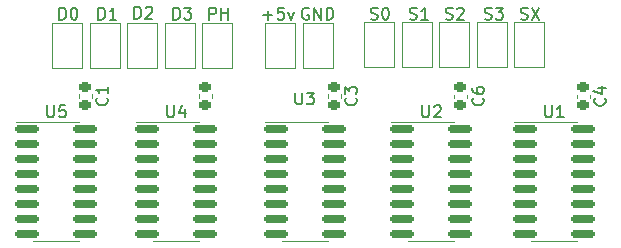
<source format=gto>
%TF.GenerationSoftware,KiCad,Pcbnew,7.0.8*%
%TF.CreationDate,2023-11-11T14:20:26-08:00*%
%TF.ProjectId,LED Project,4c454420-5072-46f6-9a65-63742e6b6963,rev?*%
%TF.SameCoordinates,Original*%
%TF.FileFunction,Legend,Top*%
%TF.FilePolarity,Positive*%
%FSLAX46Y46*%
G04 Gerber Fmt 4.6, Leading zero omitted, Abs format (unit mm)*
G04 Created by KiCad (PCBNEW 7.0.8) date 2023-11-11 14:20:26*
%MOMM*%
%LPD*%
G01*
G04 APERTURE LIST*
G04 Aperture macros list*
%AMRoundRect*
0 Rectangle with rounded corners*
0 $1 Rounding radius*
0 $2 $3 $4 $5 $6 $7 $8 $9 X,Y pos of 4 corners*
0 Add a 4 corners polygon primitive as box body*
4,1,4,$2,$3,$4,$5,$6,$7,$8,$9,$2,$3,0*
0 Add four circle primitives for the rounded corners*
1,1,$1+$1,$2,$3*
1,1,$1+$1,$4,$5*
1,1,$1+$1,$6,$7*
1,1,$1+$1,$8,$9*
0 Add four rect primitives between the rounded corners*
20,1,$1+$1,$2,$3,$4,$5,0*
20,1,$1+$1,$4,$5,$6,$7,0*
20,1,$1+$1,$6,$7,$8,$9,0*
20,1,$1+$1,$8,$9,$2,$3,0*%
G04 Aperture macros list end*
%ADD10C,0.150000*%
%ADD11C,0.120000*%
%ADD12C,0.100000*%
%ADD13R,1.600000X1.600000*%
%ADD14O,1.600000X1.600000*%
%ADD15RoundRect,0.225000X-0.250000X0.225000X-0.250000X-0.225000X0.250000X-0.225000X0.250000X0.225000X0*%
%ADD16C,2.200000*%
%ADD17RoundRect,0.150000X-0.825000X-0.150000X0.825000X-0.150000X0.825000X0.150000X-0.825000X0.150000X0*%
%ADD18R,1.524000X2.540000*%
G04 APERTURE END LIST*
D10*
X196123160Y-85420200D02*
X196266017Y-85467819D01*
X196266017Y-85467819D02*
X196504112Y-85467819D01*
X196504112Y-85467819D02*
X196599350Y-85420200D01*
X196599350Y-85420200D02*
X196646969Y-85372580D01*
X196646969Y-85372580D02*
X196694588Y-85277342D01*
X196694588Y-85277342D02*
X196694588Y-85182104D01*
X196694588Y-85182104D02*
X196646969Y-85086866D01*
X196646969Y-85086866D02*
X196599350Y-85039247D01*
X196599350Y-85039247D02*
X196504112Y-84991628D01*
X196504112Y-84991628D02*
X196313636Y-84944009D01*
X196313636Y-84944009D02*
X196218398Y-84896390D01*
X196218398Y-84896390D02*
X196170779Y-84848771D01*
X196170779Y-84848771D02*
X196123160Y-84753533D01*
X196123160Y-84753533D02*
X196123160Y-84658295D01*
X196123160Y-84658295D02*
X196170779Y-84563057D01*
X196170779Y-84563057D02*
X196218398Y-84515438D01*
X196218398Y-84515438D02*
X196313636Y-84467819D01*
X196313636Y-84467819D02*
X196551731Y-84467819D01*
X196551731Y-84467819D02*
X196694588Y-84515438D01*
X197027922Y-84467819D02*
X197694588Y-85467819D01*
X197694588Y-84467819D02*
X197027922Y-85467819D01*
X193075160Y-85420200D02*
X193218017Y-85467819D01*
X193218017Y-85467819D02*
X193456112Y-85467819D01*
X193456112Y-85467819D02*
X193551350Y-85420200D01*
X193551350Y-85420200D02*
X193598969Y-85372580D01*
X193598969Y-85372580D02*
X193646588Y-85277342D01*
X193646588Y-85277342D02*
X193646588Y-85182104D01*
X193646588Y-85182104D02*
X193598969Y-85086866D01*
X193598969Y-85086866D02*
X193551350Y-85039247D01*
X193551350Y-85039247D02*
X193456112Y-84991628D01*
X193456112Y-84991628D02*
X193265636Y-84944009D01*
X193265636Y-84944009D02*
X193170398Y-84896390D01*
X193170398Y-84896390D02*
X193122779Y-84848771D01*
X193122779Y-84848771D02*
X193075160Y-84753533D01*
X193075160Y-84753533D02*
X193075160Y-84658295D01*
X193075160Y-84658295D02*
X193122779Y-84563057D01*
X193122779Y-84563057D02*
X193170398Y-84515438D01*
X193170398Y-84515438D02*
X193265636Y-84467819D01*
X193265636Y-84467819D02*
X193503731Y-84467819D01*
X193503731Y-84467819D02*
X193646588Y-84515438D01*
X193979922Y-84467819D02*
X194598969Y-84467819D01*
X194598969Y-84467819D02*
X194265636Y-84848771D01*
X194265636Y-84848771D02*
X194408493Y-84848771D01*
X194408493Y-84848771D02*
X194503731Y-84896390D01*
X194503731Y-84896390D02*
X194551350Y-84944009D01*
X194551350Y-84944009D02*
X194598969Y-85039247D01*
X194598969Y-85039247D02*
X194598969Y-85277342D01*
X194598969Y-85277342D02*
X194551350Y-85372580D01*
X194551350Y-85372580D02*
X194503731Y-85420200D01*
X194503731Y-85420200D02*
X194408493Y-85467819D01*
X194408493Y-85467819D02*
X194122779Y-85467819D01*
X194122779Y-85467819D02*
X194027541Y-85420200D01*
X194027541Y-85420200D02*
X193979922Y-85372580D01*
X189773160Y-85420200D02*
X189916017Y-85467819D01*
X189916017Y-85467819D02*
X190154112Y-85467819D01*
X190154112Y-85467819D02*
X190249350Y-85420200D01*
X190249350Y-85420200D02*
X190296969Y-85372580D01*
X190296969Y-85372580D02*
X190344588Y-85277342D01*
X190344588Y-85277342D02*
X190344588Y-85182104D01*
X190344588Y-85182104D02*
X190296969Y-85086866D01*
X190296969Y-85086866D02*
X190249350Y-85039247D01*
X190249350Y-85039247D02*
X190154112Y-84991628D01*
X190154112Y-84991628D02*
X189963636Y-84944009D01*
X189963636Y-84944009D02*
X189868398Y-84896390D01*
X189868398Y-84896390D02*
X189820779Y-84848771D01*
X189820779Y-84848771D02*
X189773160Y-84753533D01*
X189773160Y-84753533D02*
X189773160Y-84658295D01*
X189773160Y-84658295D02*
X189820779Y-84563057D01*
X189820779Y-84563057D02*
X189868398Y-84515438D01*
X189868398Y-84515438D02*
X189963636Y-84467819D01*
X189963636Y-84467819D02*
X190201731Y-84467819D01*
X190201731Y-84467819D02*
X190344588Y-84515438D01*
X190725541Y-84563057D02*
X190773160Y-84515438D01*
X190773160Y-84515438D02*
X190868398Y-84467819D01*
X190868398Y-84467819D02*
X191106493Y-84467819D01*
X191106493Y-84467819D02*
X191201731Y-84515438D01*
X191201731Y-84515438D02*
X191249350Y-84563057D01*
X191249350Y-84563057D02*
X191296969Y-84658295D01*
X191296969Y-84658295D02*
X191296969Y-84753533D01*
X191296969Y-84753533D02*
X191249350Y-84896390D01*
X191249350Y-84896390D02*
X190677922Y-85467819D01*
X190677922Y-85467819D02*
X191296969Y-85467819D01*
X186725160Y-85420200D02*
X186868017Y-85467819D01*
X186868017Y-85467819D02*
X187106112Y-85467819D01*
X187106112Y-85467819D02*
X187201350Y-85420200D01*
X187201350Y-85420200D02*
X187248969Y-85372580D01*
X187248969Y-85372580D02*
X187296588Y-85277342D01*
X187296588Y-85277342D02*
X187296588Y-85182104D01*
X187296588Y-85182104D02*
X187248969Y-85086866D01*
X187248969Y-85086866D02*
X187201350Y-85039247D01*
X187201350Y-85039247D02*
X187106112Y-84991628D01*
X187106112Y-84991628D02*
X186915636Y-84944009D01*
X186915636Y-84944009D02*
X186820398Y-84896390D01*
X186820398Y-84896390D02*
X186772779Y-84848771D01*
X186772779Y-84848771D02*
X186725160Y-84753533D01*
X186725160Y-84753533D02*
X186725160Y-84658295D01*
X186725160Y-84658295D02*
X186772779Y-84563057D01*
X186772779Y-84563057D02*
X186820398Y-84515438D01*
X186820398Y-84515438D02*
X186915636Y-84467819D01*
X186915636Y-84467819D02*
X187153731Y-84467819D01*
X187153731Y-84467819D02*
X187296588Y-84515438D01*
X188248969Y-85467819D02*
X187677541Y-85467819D01*
X187963255Y-85467819D02*
X187963255Y-84467819D01*
X187963255Y-84467819D02*
X187868017Y-84610676D01*
X187868017Y-84610676D02*
X187772779Y-84705914D01*
X187772779Y-84705914D02*
X187677541Y-84753533D01*
X183423160Y-85420200D02*
X183566017Y-85467819D01*
X183566017Y-85467819D02*
X183804112Y-85467819D01*
X183804112Y-85467819D02*
X183899350Y-85420200D01*
X183899350Y-85420200D02*
X183946969Y-85372580D01*
X183946969Y-85372580D02*
X183994588Y-85277342D01*
X183994588Y-85277342D02*
X183994588Y-85182104D01*
X183994588Y-85182104D02*
X183946969Y-85086866D01*
X183946969Y-85086866D02*
X183899350Y-85039247D01*
X183899350Y-85039247D02*
X183804112Y-84991628D01*
X183804112Y-84991628D02*
X183613636Y-84944009D01*
X183613636Y-84944009D02*
X183518398Y-84896390D01*
X183518398Y-84896390D02*
X183470779Y-84848771D01*
X183470779Y-84848771D02*
X183423160Y-84753533D01*
X183423160Y-84753533D02*
X183423160Y-84658295D01*
X183423160Y-84658295D02*
X183470779Y-84563057D01*
X183470779Y-84563057D02*
X183518398Y-84515438D01*
X183518398Y-84515438D02*
X183613636Y-84467819D01*
X183613636Y-84467819D02*
X183851731Y-84467819D01*
X183851731Y-84467819D02*
X183994588Y-84515438D01*
X184613636Y-84467819D02*
X184708874Y-84467819D01*
X184708874Y-84467819D02*
X184804112Y-84515438D01*
X184804112Y-84515438D02*
X184851731Y-84563057D01*
X184851731Y-84563057D02*
X184899350Y-84658295D01*
X184899350Y-84658295D02*
X184946969Y-84848771D01*
X184946969Y-84848771D02*
X184946969Y-85086866D01*
X184946969Y-85086866D02*
X184899350Y-85277342D01*
X184899350Y-85277342D02*
X184851731Y-85372580D01*
X184851731Y-85372580D02*
X184804112Y-85420200D01*
X184804112Y-85420200D02*
X184708874Y-85467819D01*
X184708874Y-85467819D02*
X184613636Y-85467819D01*
X184613636Y-85467819D02*
X184518398Y-85420200D01*
X184518398Y-85420200D02*
X184470779Y-85372580D01*
X184470779Y-85372580D02*
X184423160Y-85277342D01*
X184423160Y-85277342D02*
X184375541Y-85086866D01*
X184375541Y-85086866D02*
X184375541Y-84848771D01*
X184375541Y-84848771D02*
X184423160Y-84658295D01*
X184423160Y-84658295D02*
X184470779Y-84563057D01*
X184470779Y-84563057D02*
X184518398Y-84515438D01*
X184518398Y-84515438D02*
X184613636Y-84467819D01*
X178152588Y-84515438D02*
X178057350Y-84467819D01*
X178057350Y-84467819D02*
X177914493Y-84467819D01*
X177914493Y-84467819D02*
X177771636Y-84515438D01*
X177771636Y-84515438D02*
X177676398Y-84610676D01*
X177676398Y-84610676D02*
X177628779Y-84705914D01*
X177628779Y-84705914D02*
X177581160Y-84896390D01*
X177581160Y-84896390D02*
X177581160Y-85039247D01*
X177581160Y-85039247D02*
X177628779Y-85229723D01*
X177628779Y-85229723D02*
X177676398Y-85324961D01*
X177676398Y-85324961D02*
X177771636Y-85420200D01*
X177771636Y-85420200D02*
X177914493Y-85467819D01*
X177914493Y-85467819D02*
X178009731Y-85467819D01*
X178009731Y-85467819D02*
X178152588Y-85420200D01*
X178152588Y-85420200D02*
X178200207Y-85372580D01*
X178200207Y-85372580D02*
X178200207Y-85039247D01*
X178200207Y-85039247D02*
X178009731Y-85039247D01*
X178628779Y-85467819D02*
X178628779Y-84467819D01*
X178628779Y-84467819D02*
X179200207Y-85467819D01*
X179200207Y-85467819D02*
X179200207Y-84467819D01*
X179676398Y-85467819D02*
X179676398Y-84467819D01*
X179676398Y-84467819D02*
X179914493Y-84467819D01*
X179914493Y-84467819D02*
X180057350Y-84515438D01*
X180057350Y-84515438D02*
X180152588Y-84610676D01*
X180152588Y-84610676D02*
X180200207Y-84705914D01*
X180200207Y-84705914D02*
X180247826Y-84896390D01*
X180247826Y-84896390D02*
X180247826Y-85039247D01*
X180247826Y-85039247D02*
X180200207Y-85229723D01*
X180200207Y-85229723D02*
X180152588Y-85324961D01*
X180152588Y-85324961D02*
X180057350Y-85420200D01*
X180057350Y-85420200D02*
X179914493Y-85467819D01*
X179914493Y-85467819D02*
X179676398Y-85467819D01*
X174326779Y-85086866D02*
X175088684Y-85086866D01*
X174707731Y-85467819D02*
X174707731Y-84705914D01*
X176041064Y-84467819D02*
X175564874Y-84467819D01*
X175564874Y-84467819D02*
X175517255Y-84944009D01*
X175517255Y-84944009D02*
X175564874Y-84896390D01*
X175564874Y-84896390D02*
X175660112Y-84848771D01*
X175660112Y-84848771D02*
X175898207Y-84848771D01*
X175898207Y-84848771D02*
X175993445Y-84896390D01*
X175993445Y-84896390D02*
X176041064Y-84944009D01*
X176041064Y-84944009D02*
X176088683Y-85039247D01*
X176088683Y-85039247D02*
X176088683Y-85277342D01*
X176088683Y-85277342D02*
X176041064Y-85372580D01*
X176041064Y-85372580D02*
X175993445Y-85420200D01*
X175993445Y-85420200D02*
X175898207Y-85467819D01*
X175898207Y-85467819D02*
X175660112Y-85467819D01*
X175660112Y-85467819D02*
X175564874Y-85420200D01*
X175564874Y-85420200D02*
X175517255Y-85372580D01*
X176422017Y-84801152D02*
X176660112Y-85467819D01*
X176660112Y-85467819D02*
X176898207Y-84801152D01*
X169754779Y-85467819D02*
X169754779Y-84467819D01*
X169754779Y-84467819D02*
X170135731Y-84467819D01*
X170135731Y-84467819D02*
X170230969Y-84515438D01*
X170230969Y-84515438D02*
X170278588Y-84563057D01*
X170278588Y-84563057D02*
X170326207Y-84658295D01*
X170326207Y-84658295D02*
X170326207Y-84801152D01*
X170326207Y-84801152D02*
X170278588Y-84896390D01*
X170278588Y-84896390D02*
X170230969Y-84944009D01*
X170230969Y-84944009D02*
X170135731Y-84991628D01*
X170135731Y-84991628D02*
X169754779Y-84991628D01*
X170754779Y-85467819D02*
X170754779Y-84467819D01*
X170754779Y-84944009D02*
X171326207Y-84944009D01*
X171326207Y-85467819D02*
X171326207Y-84467819D01*
X166706779Y-85467819D02*
X166706779Y-84467819D01*
X166706779Y-84467819D02*
X166944874Y-84467819D01*
X166944874Y-84467819D02*
X167087731Y-84515438D01*
X167087731Y-84515438D02*
X167182969Y-84610676D01*
X167182969Y-84610676D02*
X167230588Y-84705914D01*
X167230588Y-84705914D02*
X167278207Y-84896390D01*
X167278207Y-84896390D02*
X167278207Y-85039247D01*
X167278207Y-85039247D02*
X167230588Y-85229723D01*
X167230588Y-85229723D02*
X167182969Y-85324961D01*
X167182969Y-85324961D02*
X167087731Y-85420200D01*
X167087731Y-85420200D02*
X166944874Y-85467819D01*
X166944874Y-85467819D02*
X166706779Y-85467819D01*
X167611541Y-84467819D02*
X168230588Y-84467819D01*
X168230588Y-84467819D02*
X167897255Y-84848771D01*
X167897255Y-84848771D02*
X168040112Y-84848771D01*
X168040112Y-84848771D02*
X168135350Y-84896390D01*
X168135350Y-84896390D02*
X168182969Y-84944009D01*
X168182969Y-84944009D02*
X168230588Y-85039247D01*
X168230588Y-85039247D02*
X168230588Y-85277342D01*
X168230588Y-85277342D02*
X168182969Y-85372580D01*
X168182969Y-85372580D02*
X168135350Y-85420200D01*
X168135350Y-85420200D02*
X168040112Y-85467819D01*
X168040112Y-85467819D02*
X167754398Y-85467819D01*
X167754398Y-85467819D02*
X167659160Y-85420200D01*
X167659160Y-85420200D02*
X167611541Y-85372580D01*
X163404779Y-85381819D02*
X163404779Y-84381819D01*
X163404779Y-84381819D02*
X163642874Y-84381819D01*
X163642874Y-84381819D02*
X163785731Y-84429438D01*
X163785731Y-84429438D02*
X163880969Y-84524676D01*
X163880969Y-84524676D02*
X163928588Y-84619914D01*
X163928588Y-84619914D02*
X163976207Y-84810390D01*
X163976207Y-84810390D02*
X163976207Y-84953247D01*
X163976207Y-84953247D02*
X163928588Y-85143723D01*
X163928588Y-85143723D02*
X163880969Y-85238961D01*
X163880969Y-85238961D02*
X163785731Y-85334200D01*
X163785731Y-85334200D02*
X163642874Y-85381819D01*
X163642874Y-85381819D02*
X163404779Y-85381819D01*
X164357160Y-84477057D02*
X164404779Y-84429438D01*
X164404779Y-84429438D02*
X164500017Y-84381819D01*
X164500017Y-84381819D02*
X164738112Y-84381819D01*
X164738112Y-84381819D02*
X164833350Y-84429438D01*
X164833350Y-84429438D02*
X164880969Y-84477057D01*
X164880969Y-84477057D02*
X164928588Y-84572295D01*
X164928588Y-84572295D02*
X164928588Y-84667533D01*
X164928588Y-84667533D02*
X164880969Y-84810390D01*
X164880969Y-84810390D02*
X164309541Y-85381819D01*
X164309541Y-85381819D02*
X164928588Y-85381819D01*
X160356779Y-85467819D02*
X160356779Y-84467819D01*
X160356779Y-84467819D02*
X160594874Y-84467819D01*
X160594874Y-84467819D02*
X160737731Y-84515438D01*
X160737731Y-84515438D02*
X160832969Y-84610676D01*
X160832969Y-84610676D02*
X160880588Y-84705914D01*
X160880588Y-84705914D02*
X160928207Y-84896390D01*
X160928207Y-84896390D02*
X160928207Y-85039247D01*
X160928207Y-85039247D02*
X160880588Y-85229723D01*
X160880588Y-85229723D02*
X160832969Y-85324961D01*
X160832969Y-85324961D02*
X160737731Y-85420200D01*
X160737731Y-85420200D02*
X160594874Y-85467819D01*
X160594874Y-85467819D02*
X160356779Y-85467819D01*
X161880588Y-85467819D02*
X161309160Y-85467819D01*
X161594874Y-85467819D02*
X161594874Y-84467819D01*
X161594874Y-84467819D02*
X161499636Y-84610676D01*
X161499636Y-84610676D02*
X161404398Y-84705914D01*
X161404398Y-84705914D02*
X161309160Y-84753533D01*
X157054779Y-85467819D02*
X157054779Y-84467819D01*
X157054779Y-84467819D02*
X157292874Y-84467819D01*
X157292874Y-84467819D02*
X157435731Y-84515438D01*
X157435731Y-84515438D02*
X157530969Y-84610676D01*
X157530969Y-84610676D02*
X157578588Y-84705914D01*
X157578588Y-84705914D02*
X157626207Y-84896390D01*
X157626207Y-84896390D02*
X157626207Y-85039247D01*
X157626207Y-85039247D02*
X157578588Y-85229723D01*
X157578588Y-85229723D02*
X157530969Y-85324961D01*
X157530969Y-85324961D02*
X157435731Y-85420200D01*
X157435731Y-85420200D02*
X157292874Y-85467819D01*
X157292874Y-85467819D02*
X157054779Y-85467819D01*
X158245255Y-84467819D02*
X158340493Y-84467819D01*
X158340493Y-84467819D02*
X158435731Y-84515438D01*
X158435731Y-84515438D02*
X158483350Y-84563057D01*
X158483350Y-84563057D02*
X158530969Y-84658295D01*
X158530969Y-84658295D02*
X158578588Y-84848771D01*
X158578588Y-84848771D02*
X158578588Y-85086866D01*
X158578588Y-85086866D02*
X158530969Y-85277342D01*
X158530969Y-85277342D02*
X158483350Y-85372580D01*
X158483350Y-85372580D02*
X158435731Y-85420200D01*
X158435731Y-85420200D02*
X158340493Y-85467819D01*
X158340493Y-85467819D02*
X158245255Y-85467819D01*
X158245255Y-85467819D02*
X158150017Y-85420200D01*
X158150017Y-85420200D02*
X158102398Y-85372580D01*
X158102398Y-85372580D02*
X158054779Y-85277342D01*
X158054779Y-85277342D02*
X158007160Y-85086866D01*
X158007160Y-85086866D02*
X158007160Y-84848771D01*
X158007160Y-84848771D02*
X158054779Y-84658295D01*
X158054779Y-84658295D02*
X158102398Y-84563057D01*
X158102398Y-84563057D02*
X158150017Y-84515438D01*
X158150017Y-84515438D02*
X158245255Y-84467819D01*
X166181095Y-92741819D02*
X166181095Y-93551342D01*
X166181095Y-93551342D02*
X166228714Y-93646580D01*
X166228714Y-93646580D02*
X166276333Y-93694200D01*
X166276333Y-93694200D02*
X166371571Y-93741819D01*
X166371571Y-93741819D02*
X166562047Y-93741819D01*
X166562047Y-93741819D02*
X166657285Y-93694200D01*
X166657285Y-93694200D02*
X166704904Y-93646580D01*
X166704904Y-93646580D02*
X166752523Y-93551342D01*
X166752523Y-93551342D02*
X166752523Y-92741819D01*
X167657285Y-93075152D02*
X167657285Y-93741819D01*
X167419190Y-92694200D02*
X167181095Y-93408485D01*
X167181095Y-93408485D02*
X167800142Y-93408485D01*
X187771095Y-92741819D02*
X187771095Y-93551342D01*
X187771095Y-93551342D02*
X187818714Y-93646580D01*
X187818714Y-93646580D02*
X187866333Y-93694200D01*
X187866333Y-93694200D02*
X187961571Y-93741819D01*
X187961571Y-93741819D02*
X188152047Y-93741819D01*
X188152047Y-93741819D02*
X188247285Y-93694200D01*
X188247285Y-93694200D02*
X188294904Y-93646580D01*
X188294904Y-93646580D02*
X188342523Y-93551342D01*
X188342523Y-93551342D02*
X188342523Y-92741819D01*
X188771095Y-92837057D02*
X188818714Y-92789438D01*
X188818714Y-92789438D02*
X188913952Y-92741819D01*
X188913952Y-92741819D02*
X189152047Y-92741819D01*
X189152047Y-92741819D02*
X189247285Y-92789438D01*
X189247285Y-92789438D02*
X189294904Y-92837057D01*
X189294904Y-92837057D02*
X189342523Y-92932295D01*
X189342523Y-92932295D02*
X189342523Y-93027533D01*
X189342523Y-93027533D02*
X189294904Y-93170390D01*
X189294904Y-93170390D02*
X188723476Y-93741819D01*
X188723476Y-93741819D02*
X189342523Y-93741819D01*
X192891580Y-92114666D02*
X192939200Y-92162285D01*
X192939200Y-92162285D02*
X192986819Y-92305142D01*
X192986819Y-92305142D02*
X192986819Y-92400380D01*
X192986819Y-92400380D02*
X192939200Y-92543237D01*
X192939200Y-92543237D02*
X192843961Y-92638475D01*
X192843961Y-92638475D02*
X192748723Y-92686094D01*
X192748723Y-92686094D02*
X192558247Y-92733713D01*
X192558247Y-92733713D02*
X192415390Y-92733713D01*
X192415390Y-92733713D02*
X192224914Y-92686094D01*
X192224914Y-92686094D02*
X192129676Y-92638475D01*
X192129676Y-92638475D02*
X192034438Y-92543237D01*
X192034438Y-92543237D02*
X191986819Y-92400380D01*
X191986819Y-92400380D02*
X191986819Y-92305142D01*
X191986819Y-92305142D02*
X192034438Y-92162285D01*
X192034438Y-92162285D02*
X192082057Y-92114666D01*
X191986819Y-91257523D02*
X191986819Y-91447999D01*
X191986819Y-91447999D02*
X192034438Y-91543237D01*
X192034438Y-91543237D02*
X192082057Y-91590856D01*
X192082057Y-91590856D02*
X192224914Y-91686094D01*
X192224914Y-91686094D02*
X192415390Y-91733713D01*
X192415390Y-91733713D02*
X192796342Y-91733713D01*
X192796342Y-91733713D02*
X192891580Y-91686094D01*
X192891580Y-91686094D02*
X192939200Y-91638475D01*
X192939200Y-91638475D02*
X192986819Y-91543237D01*
X192986819Y-91543237D02*
X192986819Y-91352761D01*
X192986819Y-91352761D02*
X192939200Y-91257523D01*
X192939200Y-91257523D02*
X192891580Y-91209904D01*
X192891580Y-91209904D02*
X192796342Y-91162285D01*
X192796342Y-91162285D02*
X192558247Y-91162285D01*
X192558247Y-91162285D02*
X192463009Y-91209904D01*
X192463009Y-91209904D02*
X192415390Y-91257523D01*
X192415390Y-91257523D02*
X192367771Y-91352761D01*
X192367771Y-91352761D02*
X192367771Y-91543237D01*
X192367771Y-91543237D02*
X192415390Y-91638475D01*
X192415390Y-91638475D02*
X192463009Y-91686094D01*
X192463009Y-91686094D02*
X192558247Y-91733713D01*
X156021095Y-92741819D02*
X156021095Y-93551342D01*
X156021095Y-93551342D02*
X156068714Y-93646580D01*
X156068714Y-93646580D02*
X156116333Y-93694200D01*
X156116333Y-93694200D02*
X156211571Y-93741819D01*
X156211571Y-93741819D02*
X156402047Y-93741819D01*
X156402047Y-93741819D02*
X156497285Y-93694200D01*
X156497285Y-93694200D02*
X156544904Y-93646580D01*
X156544904Y-93646580D02*
X156592523Y-93551342D01*
X156592523Y-93551342D02*
X156592523Y-92741819D01*
X157544904Y-92741819D02*
X157068714Y-92741819D01*
X157068714Y-92741819D02*
X157021095Y-93218009D01*
X157021095Y-93218009D02*
X157068714Y-93170390D01*
X157068714Y-93170390D02*
X157163952Y-93122771D01*
X157163952Y-93122771D02*
X157402047Y-93122771D01*
X157402047Y-93122771D02*
X157497285Y-93170390D01*
X157497285Y-93170390D02*
X157544904Y-93218009D01*
X157544904Y-93218009D02*
X157592523Y-93313247D01*
X157592523Y-93313247D02*
X157592523Y-93551342D01*
X157592523Y-93551342D02*
X157544904Y-93646580D01*
X157544904Y-93646580D02*
X157497285Y-93694200D01*
X157497285Y-93694200D02*
X157402047Y-93741819D01*
X157402047Y-93741819D02*
X157163952Y-93741819D01*
X157163952Y-93741819D02*
X157068714Y-93694200D01*
X157068714Y-93694200D02*
X157021095Y-93646580D01*
X161047580Y-92101666D02*
X161095200Y-92149285D01*
X161095200Y-92149285D02*
X161142819Y-92292142D01*
X161142819Y-92292142D02*
X161142819Y-92387380D01*
X161142819Y-92387380D02*
X161095200Y-92530237D01*
X161095200Y-92530237D02*
X160999961Y-92625475D01*
X160999961Y-92625475D02*
X160904723Y-92673094D01*
X160904723Y-92673094D02*
X160714247Y-92720713D01*
X160714247Y-92720713D02*
X160571390Y-92720713D01*
X160571390Y-92720713D02*
X160380914Y-92673094D01*
X160380914Y-92673094D02*
X160285676Y-92625475D01*
X160285676Y-92625475D02*
X160190438Y-92530237D01*
X160190438Y-92530237D02*
X160142819Y-92387380D01*
X160142819Y-92387380D02*
X160142819Y-92292142D01*
X160142819Y-92292142D02*
X160190438Y-92149285D01*
X160190438Y-92149285D02*
X160238057Y-92101666D01*
X161142819Y-91149285D02*
X161142819Y-91720713D01*
X161142819Y-91434999D02*
X160142819Y-91434999D01*
X160142819Y-91434999D02*
X160285676Y-91530237D01*
X160285676Y-91530237D02*
X160380914Y-91625475D01*
X160380914Y-91625475D02*
X160428533Y-91720713D01*
X198185095Y-92741819D02*
X198185095Y-93551342D01*
X198185095Y-93551342D02*
X198232714Y-93646580D01*
X198232714Y-93646580D02*
X198280333Y-93694200D01*
X198280333Y-93694200D02*
X198375571Y-93741819D01*
X198375571Y-93741819D02*
X198566047Y-93741819D01*
X198566047Y-93741819D02*
X198661285Y-93694200D01*
X198661285Y-93694200D02*
X198708904Y-93646580D01*
X198708904Y-93646580D02*
X198756523Y-93551342D01*
X198756523Y-93551342D02*
X198756523Y-92741819D01*
X199756523Y-93741819D02*
X199185095Y-93741819D01*
X199470809Y-93741819D02*
X199470809Y-92741819D01*
X199470809Y-92741819D02*
X199375571Y-92884676D01*
X199375571Y-92884676D02*
X199280333Y-92979914D01*
X199280333Y-92979914D02*
X199185095Y-93027533D01*
X177038095Y-91656819D02*
X177038095Y-92466342D01*
X177038095Y-92466342D02*
X177085714Y-92561580D01*
X177085714Y-92561580D02*
X177133333Y-92609200D01*
X177133333Y-92609200D02*
X177228571Y-92656819D01*
X177228571Y-92656819D02*
X177419047Y-92656819D01*
X177419047Y-92656819D02*
X177514285Y-92609200D01*
X177514285Y-92609200D02*
X177561904Y-92561580D01*
X177561904Y-92561580D02*
X177609523Y-92466342D01*
X177609523Y-92466342D02*
X177609523Y-91656819D01*
X177990476Y-91656819D02*
X178609523Y-91656819D01*
X178609523Y-91656819D02*
X178276190Y-92037771D01*
X178276190Y-92037771D02*
X178419047Y-92037771D01*
X178419047Y-92037771D02*
X178514285Y-92085390D01*
X178514285Y-92085390D02*
X178561904Y-92133009D01*
X178561904Y-92133009D02*
X178609523Y-92228247D01*
X178609523Y-92228247D02*
X178609523Y-92466342D01*
X178609523Y-92466342D02*
X178561904Y-92561580D01*
X178561904Y-92561580D02*
X178514285Y-92609200D01*
X178514285Y-92609200D02*
X178419047Y-92656819D01*
X178419047Y-92656819D02*
X178133333Y-92656819D01*
X178133333Y-92656819D02*
X178038095Y-92609200D01*
X178038095Y-92609200D02*
X177990476Y-92561580D01*
X182129580Y-92101666D02*
X182177200Y-92149285D01*
X182177200Y-92149285D02*
X182224819Y-92292142D01*
X182224819Y-92292142D02*
X182224819Y-92387380D01*
X182224819Y-92387380D02*
X182177200Y-92530237D01*
X182177200Y-92530237D02*
X182081961Y-92625475D01*
X182081961Y-92625475D02*
X181986723Y-92673094D01*
X181986723Y-92673094D02*
X181796247Y-92720713D01*
X181796247Y-92720713D02*
X181653390Y-92720713D01*
X181653390Y-92720713D02*
X181462914Y-92673094D01*
X181462914Y-92673094D02*
X181367676Y-92625475D01*
X181367676Y-92625475D02*
X181272438Y-92530237D01*
X181272438Y-92530237D02*
X181224819Y-92387380D01*
X181224819Y-92387380D02*
X181224819Y-92292142D01*
X181224819Y-92292142D02*
X181272438Y-92149285D01*
X181272438Y-92149285D02*
X181320057Y-92101666D01*
X181224819Y-91768332D02*
X181224819Y-91149285D01*
X181224819Y-91149285D02*
X181605771Y-91482618D01*
X181605771Y-91482618D02*
X181605771Y-91339761D01*
X181605771Y-91339761D02*
X181653390Y-91244523D01*
X181653390Y-91244523D02*
X181701009Y-91196904D01*
X181701009Y-91196904D02*
X181796247Y-91149285D01*
X181796247Y-91149285D02*
X182034342Y-91149285D01*
X182034342Y-91149285D02*
X182129580Y-91196904D01*
X182129580Y-91196904D02*
X182177200Y-91244523D01*
X182177200Y-91244523D02*
X182224819Y-91339761D01*
X182224819Y-91339761D02*
X182224819Y-91625475D01*
X182224819Y-91625475D02*
X182177200Y-91720713D01*
X182177200Y-91720713D02*
X182129580Y-91768332D01*
X203211580Y-92127666D02*
X203259200Y-92175285D01*
X203259200Y-92175285D02*
X203306819Y-92318142D01*
X203306819Y-92318142D02*
X203306819Y-92413380D01*
X203306819Y-92413380D02*
X203259200Y-92556237D01*
X203259200Y-92556237D02*
X203163961Y-92651475D01*
X203163961Y-92651475D02*
X203068723Y-92699094D01*
X203068723Y-92699094D02*
X202878247Y-92746713D01*
X202878247Y-92746713D02*
X202735390Y-92746713D01*
X202735390Y-92746713D02*
X202544914Y-92699094D01*
X202544914Y-92699094D02*
X202449676Y-92651475D01*
X202449676Y-92651475D02*
X202354438Y-92556237D01*
X202354438Y-92556237D02*
X202306819Y-92413380D01*
X202306819Y-92413380D02*
X202306819Y-92318142D01*
X202306819Y-92318142D02*
X202354438Y-92175285D01*
X202354438Y-92175285D02*
X202402057Y-92127666D01*
X202640152Y-91270523D02*
X203306819Y-91270523D01*
X202259200Y-91508618D02*
X202973485Y-91746713D01*
X202973485Y-91746713D02*
X202973485Y-91127666D01*
D11*
%TO.C,C2*%
X169928000Y-91794420D02*
X169928000Y-92075580D01*
X168908000Y-91794420D02*
X168908000Y-92075580D01*
%TO.C,U4*%
X166943000Y-94127000D02*
X163493000Y-94127000D01*
X166943000Y-94127000D02*
X168893000Y-94127000D01*
X166943000Y-104247000D02*
X164993000Y-104247000D01*
X166943000Y-104247000D02*
X168893000Y-104247000D01*
%TO.C,U2*%
X188533000Y-94127000D02*
X185083000Y-94127000D01*
X188533000Y-94127000D02*
X190483000Y-94127000D01*
X188533000Y-104247000D02*
X186583000Y-104247000D01*
X188533000Y-104247000D02*
X190483000Y-104247000D01*
%TO.C,C6*%
X191518000Y-91820420D02*
X191518000Y-92101580D01*
X190498000Y-91820420D02*
X190498000Y-92101580D01*
%TO.C,U5*%
X156783000Y-94127000D02*
X153333000Y-94127000D01*
X156783000Y-94127000D02*
X158733000Y-94127000D01*
X156783000Y-104247000D02*
X154833000Y-104247000D01*
X156783000Y-104247000D02*
X158733000Y-104247000D01*
%TO.C,C1*%
X159768000Y-91794420D02*
X159768000Y-92075580D01*
X158748000Y-91794420D02*
X158748000Y-92075580D01*
%TO.C,U1*%
X198947000Y-94127000D02*
X195497000Y-94127000D01*
X198947000Y-94127000D02*
X200897000Y-94127000D01*
X198947000Y-104247000D02*
X196997000Y-104247000D01*
X198947000Y-104247000D02*
X200897000Y-104247000D01*
%TO.C,U3*%
X177865000Y-94127000D02*
X174415000Y-94127000D01*
X177865000Y-94127000D02*
X179815000Y-94127000D01*
X177865000Y-104247000D02*
X175915000Y-104247000D01*
X177865000Y-104247000D02*
X179815000Y-104247000D01*
D12*
%TO.C,Conn2*%
X182880000Y-85698000D02*
X185420000Y-85698000D01*
X185420000Y-85698000D02*
X185420000Y-89508000D01*
X185420000Y-89508000D02*
X182880000Y-89508000D01*
X182880000Y-89508000D02*
X182880000Y-85698000D01*
X186055000Y-85698000D02*
X188595000Y-85698000D01*
X188595000Y-85698000D02*
X188595000Y-89508000D01*
X188595000Y-89508000D02*
X186055000Y-89508000D01*
X186055000Y-89508000D02*
X186055000Y-85698000D01*
X189230000Y-85698000D02*
X191770000Y-85698000D01*
X191770000Y-85698000D02*
X191770000Y-89508000D01*
X191770000Y-89508000D02*
X189230000Y-89508000D01*
X189230000Y-89508000D02*
X189230000Y-85698000D01*
X192405000Y-85698000D02*
X194945000Y-85698000D01*
X194945000Y-85698000D02*
X194945000Y-89508000D01*
X194945000Y-89508000D02*
X192405000Y-89508000D01*
X192405000Y-89508000D02*
X192405000Y-85698000D01*
X195580000Y-85698000D02*
X198120000Y-85698000D01*
X198120000Y-85698000D02*
X198120000Y-89508000D01*
X198120000Y-89508000D02*
X195580000Y-89508000D01*
X195580000Y-89508000D02*
X195580000Y-85698000D01*
%TO.C,Conn1*%
X156464000Y-85725000D02*
X159004000Y-85725000D01*
X159004000Y-85725000D02*
X159004000Y-89535000D01*
X159004000Y-89535000D02*
X156464000Y-89535000D01*
X156464000Y-89535000D02*
X156464000Y-85725000D01*
X159639000Y-85725000D02*
X162179000Y-85725000D01*
X162179000Y-85725000D02*
X162179000Y-89535000D01*
X162179000Y-89535000D02*
X159639000Y-89535000D01*
X159639000Y-89535000D02*
X159639000Y-85725000D01*
X162814000Y-85725000D02*
X165354000Y-85725000D01*
X165354000Y-85725000D02*
X165354000Y-89535000D01*
X165354000Y-89535000D02*
X162814000Y-89535000D01*
X162814000Y-89535000D02*
X162814000Y-85725000D01*
X165989000Y-85725000D02*
X168529000Y-85725000D01*
X168529000Y-85725000D02*
X168529000Y-89535000D01*
X168529000Y-89535000D02*
X165989000Y-89535000D01*
X165989000Y-89535000D02*
X165989000Y-85725000D01*
X169164000Y-85725000D02*
X171704000Y-85725000D01*
X171704000Y-85725000D02*
X171704000Y-89535000D01*
X171704000Y-89535000D02*
X169164000Y-89535000D01*
X169164000Y-89535000D02*
X169164000Y-85725000D01*
D11*
%TO.C,C3*%
X180850000Y-91794420D02*
X180850000Y-92075580D01*
X179830000Y-91794420D02*
X179830000Y-92075580D01*
D12*
%TO.C,Conn3*%
X174498000Y-85725000D02*
X177038000Y-85725000D01*
X177038000Y-85725000D02*
X177038000Y-89535000D01*
X177038000Y-89535000D02*
X174498000Y-89535000D01*
X174498000Y-89535000D02*
X174498000Y-85725000D01*
X177673000Y-85725000D02*
X180213000Y-85725000D01*
X180213000Y-85725000D02*
X180213000Y-89535000D01*
X180213000Y-89535000D02*
X177673000Y-89535000D01*
X177673000Y-89535000D02*
X177673000Y-85725000D01*
D11*
%TO.C,C4*%
X201932000Y-91820420D02*
X201932000Y-92101580D01*
X200912000Y-91820420D02*
X200912000Y-92101580D01*
%TD*%
%LPC*%
D13*
%TO.C,U6*%
X201944500Y-132524500D03*
D14*
X199404500Y-132524500D03*
X196864500Y-132524500D03*
X194324500Y-132524500D03*
X191784500Y-132524500D03*
X189244500Y-132524500D03*
X186704500Y-132524500D03*
X184164500Y-132524500D03*
X181624500Y-132524500D03*
X179084500Y-132524500D03*
X176544500Y-132524500D03*
X174004500Y-132524500D03*
X171464500Y-132524500D03*
X168924500Y-132524500D03*
X166384500Y-132524500D03*
X163844500Y-132524500D03*
X161304500Y-132524500D03*
X158764500Y-132524500D03*
X156224500Y-132524500D03*
X153684500Y-132524500D03*
X153684500Y-107886500D03*
X156224500Y-107886500D03*
X158764500Y-107886500D03*
X161304500Y-107886500D03*
X163844500Y-107886500D03*
X166384500Y-107886500D03*
X168924500Y-107886500D03*
X171464500Y-107886500D03*
X174004500Y-107886500D03*
X176544500Y-107886500D03*
X179084500Y-107886500D03*
X181624500Y-107886500D03*
X184164500Y-107886500D03*
X186704500Y-107886500D03*
X189244500Y-107886500D03*
X191784500Y-107886500D03*
X194324500Y-107886500D03*
X196864500Y-107886500D03*
X199404500Y-107886500D03*
X201944500Y-107886500D03*
%TD*%
D15*
%TO.C,C2*%
X169418000Y-91160000D03*
X169418000Y-92710000D03*
%TD*%
D16*
%TO.C,H3*%
X153670000Y-135890000D03*
%TD*%
%TO.C,H1*%
X153162000Y-87630000D03*
%TD*%
%TO.C,H2*%
X201930000Y-87376000D03*
%TD*%
D17*
%TO.C,U4*%
X164468000Y-94742000D03*
X164468000Y-96012000D03*
X164468000Y-97282000D03*
X164468000Y-98552000D03*
X164468000Y-99822000D03*
X164468000Y-101092000D03*
X164468000Y-102362000D03*
X164468000Y-103632000D03*
X169418000Y-103632000D03*
X169418000Y-102362000D03*
X169418000Y-101092000D03*
X169418000Y-99822000D03*
X169418000Y-98552000D03*
X169418000Y-97282000D03*
X169418000Y-96012000D03*
X169418000Y-94742000D03*
%TD*%
%TO.C,U2*%
X186058000Y-94742000D03*
X186058000Y-96012000D03*
X186058000Y-97282000D03*
X186058000Y-98552000D03*
X186058000Y-99822000D03*
X186058000Y-101092000D03*
X186058000Y-102362000D03*
X186058000Y-103632000D03*
X191008000Y-103632000D03*
X191008000Y-102362000D03*
X191008000Y-101092000D03*
X191008000Y-99822000D03*
X191008000Y-98552000D03*
X191008000Y-97282000D03*
X191008000Y-96012000D03*
X191008000Y-94742000D03*
%TD*%
D15*
%TO.C,C6*%
X191008000Y-91186000D03*
X191008000Y-92736000D03*
%TD*%
D17*
%TO.C,U5*%
X154308000Y-94742000D03*
X154308000Y-96012000D03*
X154308000Y-97282000D03*
X154308000Y-98552000D03*
X154308000Y-99822000D03*
X154308000Y-101092000D03*
X154308000Y-102362000D03*
X154308000Y-103632000D03*
X159258000Y-103632000D03*
X159258000Y-102362000D03*
X159258000Y-101092000D03*
X159258000Y-99822000D03*
X159258000Y-98552000D03*
X159258000Y-97282000D03*
X159258000Y-96012000D03*
X159258000Y-94742000D03*
%TD*%
D16*
%TO.C,H4*%
X201930000Y-136144000D03*
%TD*%
D15*
%TO.C,C1*%
X159258000Y-91160000D03*
X159258000Y-92710000D03*
%TD*%
D17*
%TO.C,U1*%
X196472000Y-94742000D03*
X196472000Y-96012000D03*
X196472000Y-97282000D03*
X196472000Y-98552000D03*
X196472000Y-99822000D03*
X196472000Y-101092000D03*
X196472000Y-102362000D03*
X196472000Y-103632000D03*
X201422000Y-103632000D03*
X201422000Y-102362000D03*
X201422000Y-101092000D03*
X201422000Y-99822000D03*
X201422000Y-98552000D03*
X201422000Y-97282000D03*
X201422000Y-96012000D03*
X201422000Y-94742000D03*
%TD*%
%TO.C,U3*%
X175390000Y-94742000D03*
X175390000Y-96012000D03*
X175390000Y-97282000D03*
X175390000Y-98552000D03*
X175390000Y-99822000D03*
X175390000Y-101092000D03*
X175390000Y-102362000D03*
X175390000Y-103632000D03*
X180340000Y-103632000D03*
X180340000Y-102362000D03*
X180340000Y-101092000D03*
X180340000Y-99822000D03*
X180340000Y-98552000D03*
X180340000Y-97282000D03*
X180340000Y-96012000D03*
X180340000Y-94742000D03*
%TD*%
D18*
%TO.C,Conn2*%
X184150000Y-87603000D03*
X187325000Y-87603000D03*
X190500000Y-87603000D03*
X193675000Y-87603000D03*
X196850000Y-87603000D03*
%TD*%
%TO.C,Conn1*%
X157734000Y-87630000D03*
X160909000Y-87630000D03*
X164084000Y-87630000D03*
X167259000Y-87630000D03*
X170434000Y-87630000D03*
%TD*%
D15*
%TO.C,C3*%
X180340000Y-91160000D03*
X180340000Y-92710000D03*
%TD*%
D18*
%TO.C,Conn3*%
X175768000Y-87630000D03*
X178943000Y-87630000D03*
%TD*%
D15*
%TO.C,C4*%
X201422000Y-91186000D03*
X201422000Y-92736000D03*
%TD*%
%LPD*%
M02*

</source>
